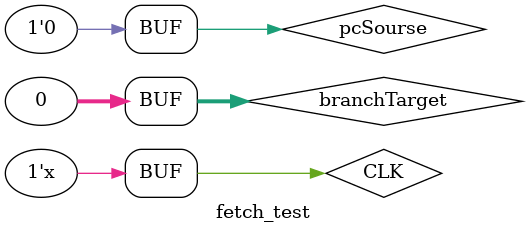
<source format=v>
`timescale 1ns / 1ps


module fetch_test;

	// Inputs
	reg CLK;
	reg [31:0] branchTarget;
	reg pcSourse;

	// Outputs
	wire [31:0] nextPC;
	wire [31:0] Ins_out;
	wire hit_out;

	// Instantiate the Unit Under Test (UUT)
	Fetch uut (
		.CLK(CLK), 
		.branchTarget(branchTarget), 
		.pcSourse(pcSourse), 
		.nextPC(nextPC), 
		.Ins_out(Ins_out), 
		.hit_out(hit_out)
	);
	always #20 CLK = ~CLK;
	initial begin
		// Initialize Inputs
		CLK = 0;
		branchTarget = 0;
		pcSourse = 1;

		// Wait 100 ns for global reset to finish
		#10;
        pcSourse = 0;
		// Add stimulus here

	end
      
endmodule


</source>
